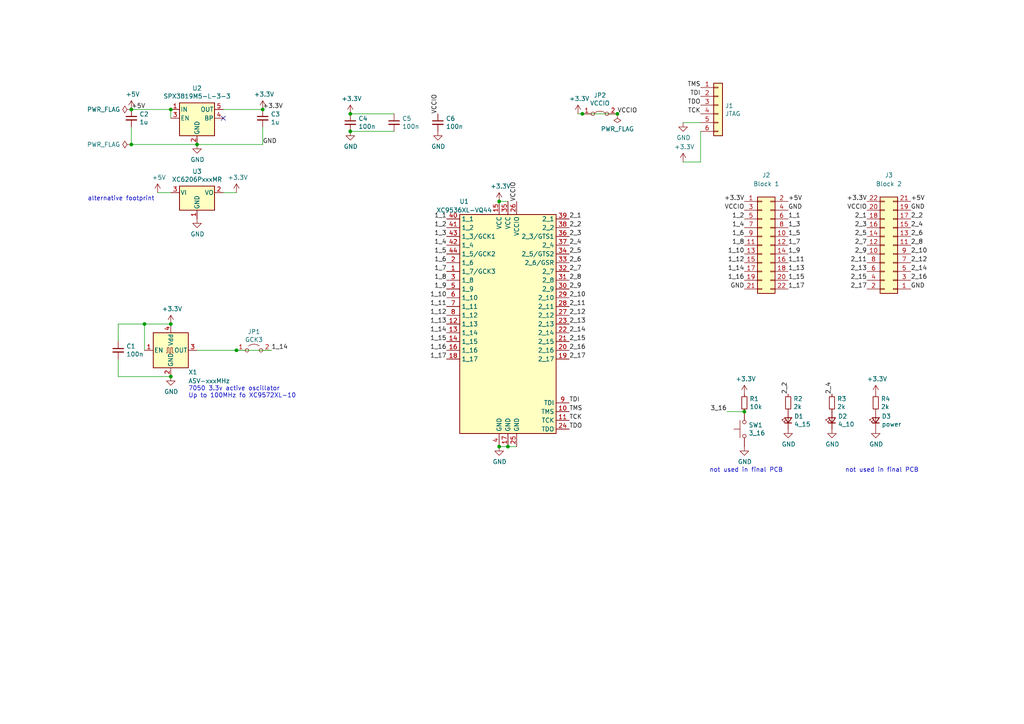
<source format=kicad_sch>
(kicad_sch (version 20211123) (generator eeschema)
  (paper "A4")
  (title_block (title "XC95xxXL-VQ64 Breakout board") (date "2020-11-23") (rev "1") (company "FLACO 2019, licence of this schematic is CC-BY-NC-SA") (comment 1 "breaks all IOs to external pins") (comment 2 "supports an optional active oscillator on GCK3") (comment 3 "supports user external VCCIO for 2.5v operation") (comment 4 "warning : jumpers are connected on PCB, cut the traces before installing the jumper"))
  (lib_symbols
    (symbol "Connector_Generic:Conn_01x06" (pin_names (offset 1.016) hide)
      (property "Reference" "J" (at 0 7.62 0))
      (property "Value" "Conn_01x06" (at 0 -10.16 0))
      (symbol "Conn_01x06_1_1"
        (rectangle (start -1.27 -7.493) (end 0 -7.747) (stroke (width 0.1524)))
        (rectangle (start -1.27 -4.953) (end 0 -5.207) (stroke (width 0.1524)))
        (rectangle (start -1.27 -2.413) (end 0 -2.667) (stroke (width 0.1524)))
        (rectangle (start -1.27 0.127) (end 0 -0.127) (stroke (width 0.1524)))
        (rectangle (start -1.27 2.667) (end 0 2.413) (stroke (width 0.1524)))
        (rectangle (start -1.27 5.207) (end 0 4.953) (stroke (width 0.1524)))
        (rectangle (start -1.27 6.35) (end 1.27 -8.89) (stroke (width 0.254)) (fill (type background)))
        (pin passive line (at -5.08 5.08 0) (length 3.81) (name "Pin_1") (number "1"))
        (pin passive line (at -5.08 2.54 0) (length 3.81) (name "Pin_2") (number "2"))
        (pin passive line (at -5.08 0 0) (length 3.81) (name "Pin_3") (number "3"))
        (pin passive line (at -5.08 -2.54 0) (length 3.81) (name "Pin_4") (number "4"))
        (pin passive line (at -5.08 -5.08 0) (length 3.81) (name "Pin_5") (number "5"))
        (pin passive line (at -5.08 -7.62 0) (length 3.81) (name "Pin_6") (number "6"))
      )
    )
    (symbol "Connector_Generic:Conn_02x11_Odd_Even" (pin_names (offset 1.016) hide)
      (property "Reference" "J" (at 1.27 15.24 0))
      (property "Value" "Conn_02x11_Odd_Even" (at 1.27 -15.24 0))
      (symbol "Conn_02x11_Odd_Even_1_1"
        (rectangle (start -1.27 -12.573) (end 0 -12.827) (stroke (width 0.1524)))
        (rectangle (start -1.27 -10.033) (end 0 -10.287) (stroke (width 0.1524)))
        (rectangle (start -1.27 -7.493) (end 0 -7.747) (stroke (width 0.1524)))
        (rectangle (start -1.27 -4.953) (end 0 -5.207) (stroke (width 0.1524)))
        (rectangle (start -1.27 -2.413) (end 0 -2.667) (stroke (width 0.1524)))
        (rectangle (start -1.27 0.127) (end 0 -0.127) (stroke (width 0.1524)))
        (rectangle (start -1.27 2.667) (end 0 2.413) (stroke (width 0.1524)))
        (rectangle (start -1.27 5.207) (end 0 4.953) (stroke (width 0.1524)))
        (rectangle (start -1.27 7.747) (end 0 7.493) (stroke (width 0.1524)))
        (rectangle (start -1.27 10.287) (end 0 10.033) (stroke (width 0.1524)))
        (rectangle (start -1.27 12.827) (end 0 12.573) (stroke (width 0.1524)))
        (rectangle (start -1.27 13.97) (end 3.81 -13.97) (stroke (width 0.254)) (fill (type background)))
        (rectangle (start 3.81 -12.573) (end 2.54 -12.827) (stroke (width 0.1524)))
        (rectangle (start 3.81 -10.033) (end 2.54 -10.287) (stroke (width 0.1524)))
        (rectangle (start 3.81 -7.493) (end 2.54 -7.747) (stroke (width 0.1524)))
        (rectangle (start 3.81 -4.953) (end 2.54 -5.207) (stroke (width 0.1524)))
        (rectangle (start 3.81 -2.413) (end 2.54 -2.667) (stroke (width 0.1524)))
        (rectangle (start 3.81 0.127) (end 2.54 -0.127) (stroke (width 0.1524)))
        (rectangle (start 3.81 2.667) (end 2.54 2.413) (stroke (width 0.1524)))
        (rectangle (start 3.81 5.207) (end 2.54 4.953) (stroke (width 0.1524)))
        (rectangle (start 3.81 7.747) (end 2.54 7.493) (stroke (width 0.1524)))
        (rectangle (start 3.81 10.287) (end 2.54 10.033) (stroke (width 0.1524)))
        (rectangle (start 3.81 12.827) (end 2.54 12.573) (stroke (width 0.1524)))
        (pin passive line (at -5.08 12.7 0) (length 3.81) (name "Pin_1") (number "1"))
        (pin passive line (at 7.62 2.54 180) (length 3.81) (name "Pin_10") (number "10"))
        (pin passive line (at -5.08 0 0) (length 3.81) (name "Pin_11") (number "11"))
        (pin passive line (at 7.62 0 180) (length 3.81) (name "Pin_12") (number "12"))
        (pin passive line (at -5.08 -2.54 0) (length 3.81) (name "Pin_13") (number "13"))
        (pin passive line (at 7.62 -2.54 180) (length 3.81) (name "Pin_14") (number "14"))
        (pin passive line (at -5.08 -5.08 0) (length 3.81) (name "Pin_15") (number "15"))
        (pin passive line (at 7.62 -5.08 180) (length 3.81) (name "Pin_16") (number "16"))
        (pin passive line (at -5.08 -7.62 0) (length 3.81) (name "Pin_17") (number "17"))
        (pin passive line (at 7.62 -7.62 180) (length 3.81) (name "Pin_18") (number "18"))
        (pin passive line (at -5.08 -10.16 0) (length 3.81) (name "Pin_19") (number "19"))
        (pin passive line (at 7.62 12.7 180) (length 3.81) (name "Pin_2") (number "2"))
        (pin passive line (at 7.62 -10.16 180) (length 3.81) (name "Pin_20") (number "20"))
        (pin passive line (at -5.08 -12.7 0) (length 3.81) (name "Pin_21") (number "21"))
        (pin passive line (at 7.62 -12.7 180) (length 3.81) (name "Pin_22") (number "22"))
        (pin passive line (at -5.08 10.16 0) (length 3.81) (name "Pin_3") (number "3"))
        (pin passive line (at 7.62 10.16 180) (length 3.81) (name "Pin_4") (number "4"))
        (pin passive line (at -5.08 7.62 0) (length 3.81) (name "Pin_5") (number "5"))
        (pin passive line (at 7.62 7.62 180) (length 3.81) (name "Pin_6") (number "6"))
        (pin passive line (at -5.08 5.08 0) (length 3.81) (name "Pin_7") (number "7"))
        (pin passive line (at 7.62 5.08 180) (length 3.81) (name "Pin_8") (number "8"))
        (pin passive line (at -5.08 2.54 0) (length 3.81) (name "Pin_9") (number "9"))
      )
    )
    (symbol "Device:C_Small" (pin_numbers hide) (pin_names (offset 0.254) hide)
      (property "Reference" "C" (at 0.254 1.778 0))
      (property "Value" "C_Small" (at 0.254 -2.032 0))
      (symbol "C_Small_0_1"
        (polyline (pts (xy -1.524 -0.508) (xy 1.524 -0.508)) (stroke (width 0.3302)))
        (polyline (pts (xy -1.524 0.508) (xy 1.524 0.508)) (stroke (width 0.3048)))
      )
      (symbol "C_Small_1_1"
        (pin passive line (at 0 2.54 270) (length 2.032) (name "~") (number "1"))
        (pin passive line (at 0 -2.54 90) (length 2.032) (name "~") (number "2"))
      )
    )
    (symbol "Device:LED_Small" (pin_numbers hide) (pin_names (offset 0.254) hide)
      (property "Reference" "D" (at -1.27 3.175 0))
      (property "Value" "LED_Small" (at -4.445 -2.54 0))
      (symbol "LED_Small_0_1"
        (polyline (pts (xy -0.762 -1.016) (xy -0.762 1.016)) (stroke (width 0.254)))
        (polyline (pts (xy 1.016 0) (xy -0.762 0)))
        (polyline (pts (xy 0.762 -1.016) (xy -0.762 0) (xy 0.762 1.016) (xy 0.762 -1.016)) (stroke (width 0.254)))
        (polyline (pts (xy 0 0.762) (xy -0.508 1.27) (xy -0.254 1.27) (xy -0.508 1.27) (xy -0.508 1.016)))
        (polyline (pts (xy 0.508 1.27) (xy 0 1.778) (xy 0.254 1.778) (xy 0 1.778) (xy 0 1.524)))
      )
      (symbol "LED_Small_1_1"
        (pin passive line (at -2.54 0 0) (length 1.778) (name "K") (number "1"))
        (pin passive line (at 2.54 0 180) (length 1.778) (name "A") (number "2"))
      )
    )
    (symbol "Device:R_Small" (pin_numbers hide) (pin_names (offset 0.254) hide)
      (property "Reference" "R" (at 0.762 0.508 0))
      (property "Value" "R_Small" (at 0.762 -1.016 0))
      (symbol "R_Small_0_1"
        (rectangle (start -0.762 1.778) (end 0.762 -1.778) (stroke (width 0.2032)))
      )
      (symbol "R_Small_1_1"
        (pin passive line (at 0 2.54 270) (length 0.762) (name "~") (number "1"))
        (pin passive line (at 0 -2.54 90) (length 0.762) (name "~") (number "2"))
      )
    )
    (symbol "Jumper:Jumper_2_Bridged" (pin_names (offset 0) hide)
      (property "Reference" "JP" (at 0 1.905 0))
      (property "Value" "Jumper_2_Bridged" (at 0 -2.54 0))
      (symbol "Jumper_2_Bridged_0_0"
        (circle (center -2.032 0) (radius 0.508))
        (circle (center 2.032 0) (radius 0.508))
      )
      (symbol "Jumper_2_Bridged_0_1"
        (arc (start 1.524 0.254) (mid 0 0.762) (end -1.524 0.254))
      )
      (symbol "Jumper_2_Bridged_1_1"
        (pin passive line (at -5.08 0 0) (length 2.54) (name "A") (number "1"))
        (pin passive line (at 5.08 0 180) (length 2.54) (name "B") (number "2"))
      )
    )
    (symbol "Jumper:Jumper_2_Open" (pin_names (offset 0) hide)
      (property "Reference" "JP" (at 0 2.794 0))
      (property "Value" "Jumper_2_Open" (at 0 -2.286 0))
      (symbol "Jumper_2_Open_0_0"
        (circle (center -2.032 0) (radius 0.508))
        (circle (center 2.032 0) (radius 0.508))
      )
      (symbol "Jumper_2_Open_0_1"
        (arc (start 1.524 1.27) (mid 0 1.778) (end -1.524 1.27))
      )
      (symbol "Jumper_2_Open_1_1"
        (pin passive line (at -5.08 0 0) (length 2.54) (name "A") (number "1"))
        (pin passive line (at 5.08 0 180) (length 2.54) (name "B") (number "2"))
      )
    )
    (symbol "Oscillator:ASV-xxxMHz" (pin_names (offset 0.254))
      (property "Reference" "X" (at -5.08 6.35 0))
      (property "Value" "ASV-xxxMHz" (at 1.27 -6.35 0))
      (symbol "ASV-xxxMHz_0_1"
        (rectangle (start -5.08 5.08) (end 5.08 -5.08) (stroke (width 0.254)) (fill (type background)))
        (polyline (pts (xy -1.27 -0.762) (xy -1.016 -0.762) (xy -1.016 0.762) (xy -0.508 0.762) (xy -0.508 -0.762) (xy 0 -0.762) (xy 0 0.762) (xy 0.508 0.762) (xy 0.508 -0.762) (xy 0.762 -0.762)))
      )
      (symbol "ASV-xxxMHz_1_1"
        (pin input line (at -7.62 0 0) (length 2.54) (name "EN") (number "1"))
        (pin power_in line (at 0 -7.62 90) (length 2.54) (name "GND") (number "2"))
        (pin output line (at 7.62 0 180) (length 2.54) (name "OUT") (number "3"))
        (pin power_in line (at 0 7.62 270) (length 2.54) (name "Vdd") (number "4"))
      )
    )
    (symbol "Regulator_Linear:SPX3819M5-L-3-3" (pin_names (offset 0.254))
      (property "Reference" "U" (at -3.81 5.715 0))
      (property "Value" "SPX3819M5-L-3-3" (at 0 5.715 0))
      (symbol "SPX3819M5-L-3-3_0_1"
        (rectangle (start -5.08 4.445) (end 5.08 -5.08) (stroke (width 0.254)) (fill (type background)))
      )
      (symbol "SPX3819M5-L-3-3_1_1"
        (pin power_in line (at -7.62 2.54 0) (length 2.54) (name "IN") (number "1"))
        (pin power_in line (at 0 -7.62 90) (length 2.54) (name "GND") (number "2"))
        (pin input line (at -7.62 0 0) (length 2.54) (name "EN") (number "3"))
        (pin input line (at 7.62 0 180) (length 2.54) (name "BP") (number "4"))
        (pin power_out line (at 7.62 2.54 180) (length 2.54) (name "OUT") (number "5"))
      )
    )
    (symbol "Regulator_Linear:XC6206PxxxMR" (pin_names (offset 0.254))
      (property "Reference" "U" (at -3.81 3.175 0))
      (property "Value" "XC6206PxxxMR" (at 0 3.175 0))
      (symbol "XC6206PxxxMR_0_1"
        (rectangle (start -5.08 1.905) (end 5.08 -5.08) (stroke (width 0.254)) (fill (type background)))
      )
      (symbol "XC6206PxxxMR_1_1"
        (pin power_in line (at 0 -7.62 90) (length 2.54) (name "GND") (number "1"))
        (pin power_out line (at 7.62 0 180) (length 2.54) (name "VO") (number "2"))
        (pin power_in line (at -7.62 0 0) (length 2.54) (name "VI") (number "3"))
      )
    )
    (symbol "Sassa:XC9536XL-VQ44"
      (property "Reference" "U" (at -13.97 33.02 0))
      (property "Value" "XC9536XL-VQ44" (at -13.97 -33.02 0))
      (symbol "XC9536XL-VQ44_1_1"
        (rectangle (start -13.97 31.75) (end 13.97 -31.75) (stroke (width 0.254)) (fill (type background)))
        (pin bidirectional line (at -17.78 15.24 0) (length 3.81) (name "1_7/GCK3") (number "1"))
        (pin input line (at 17.78 -25.4 180) (length 3.81) (name "TMS") (number "10"))
        (pin input line (at 17.78 -27.94 180) (length 3.81) (name "TCK") (number "11"))
        (pin bidirectional line (at -17.78 0 0) (length 3.81) (name "1_13") (number "12"))
        (pin bidirectional line (at -17.78 -2.54 0) (length 3.81) (name "1_14") (number "13"))
        (pin bidirectional line (at -17.78 -5.08 0) (length 3.81) (name "1_15") (number "14"))
        (pin power_in line (at -2.54 35.56 270) (length 3.81) (name "VCC") (number "15"))
        (pin bidirectional line (at -17.78 -7.62 0) (length 3.81) (name "1_16") (number "16"))
        (pin power_in line (at 0 -35.56 90) (length 3.81) (name "GND") (number "17"))
        (pin bidirectional line (at -17.78 -10.16 0) (length 3.81) (name "1_17") (number "18"))
        (pin bidirectional line (at 17.78 -10.16 180) (length 3.81) (name "2_17") (number "19"))
        (pin bidirectional line (at -17.78 17.78 0) (length 3.81) (name "1_6") (number "2"))
        (pin bidirectional line (at 17.78 -7.62 180) (length 3.81) (name "2_16") (number "20"))
        (pin bidirectional line (at 17.78 -5.08 180) (length 3.81) (name "2_15") (number "21"))
        (pin bidirectional line (at 17.78 -2.54 180) (length 3.81) (name "2_14") (number "22"))
        (pin bidirectional line (at 17.78 0 180) (length 3.81) (name "2_13") (number "23"))
        (pin output line (at 17.78 -30.48 180) (length 3.81) (name "TDO") (number "24"))
        (pin power_in line (at 2.54 -35.56 90) (length 3.81) (name "GND") (number "25"))
        (pin power_in line (at 2.54 35.56 270) (length 3.81) (name "VCCIO") (number "26"))
        (pin bidirectional line (at 17.78 2.54 180) (length 3.81) (name "2_12") (number "27"))
        (pin bidirectional line (at 17.78 5.08 180) (length 3.81) (name "2_11") (number "28"))
        (pin bidirectional line (at 17.78 7.62 180) (length 3.81) (name "2_10") (number "29"))
        (pin bidirectional line (at -17.78 12.7 0) (length 3.81) (name "1_8") (number "3"))
        (pin bidirectional line (at 17.78 10.16 180) (length 3.81) (name "2_9") (number "30"))
        (pin bidirectional line (at 17.78 12.7 180) (length 3.81) (name "2_8") (number "31"))
        (pin bidirectional line (at 17.78 15.24 180) (length 3.81) (name "2_7") (number "32"))
        (pin bidirectional line (at 17.78 17.78 180) (length 3.81) (name "2_6/GSR") (number "33"))
        (pin bidirectional line (at 17.78 20.32 180) (length 3.81) (name "2_5/GTS2") (number "34"))
        (pin power_in line (at 0 35.56 270) (length 3.81) (name "VCC") (number "35"))
        (pin bidirectional line (at 17.78 25.4 180) (length 3.81) (name "2_3/GTS1") (number "36"))
        (pin bidirectional line (at 17.78 22.86 180) (length 3.81) (name "2_4") (number "37"))
        (pin bidirectional line (at 17.78 27.94 180) (length 3.81) (name "2_2") (number "38"))
        (pin bidirectional line (at 17.78 30.48 180) (length 3.81) (name "2_1") (number "39"))
        (pin power_in line (at -2.54 -35.56 90) (length 3.81) (name "GND") (number "4"))
        (pin bidirectional line (at -17.78 30.48 0) (length 3.81) (name "1_1") (number "40"))
        (pin bidirectional line (at -17.78 27.94 0) (length 3.81) (name "1_2") (number "41"))
        (pin bidirectional line (at -17.78 22.86 0) (length 3.81) (name "1_4") (number "42"))
        (pin bidirectional line (at -17.78 25.4 0) (length 3.81) (name "1_3/GCK1") (number "43"))
        (pin bidirectional line (at -17.78 20.32 0) (length 3.81) (name "1_5/GCK2") (number "44"))
        (pin bidirectional line (at -17.78 10.16 0) (length 3.81) (name "1_9") (number "5"))
        (pin bidirectional line (at -17.78 7.62 0) (length 3.81) (name "1_10") (number "6"))
        (pin bidirectional line (at -17.78 5.08 0) (length 3.81) (name "1_11") (number "7"))
        (pin bidirectional line (at -17.78 2.54 0) (length 3.81) (name "1_12") (number "8"))
        (pin input line (at 17.78 -22.86 180) (length 3.81) (name "TDI") (number "9"))
      )
    )
    (symbol "Switch:SW_Push" (pin_numbers hide) (pin_names (offset 1.016) hide)
      (property "Reference" "SW" (at 1.27 2.54 0))
      (property "Value" "SW_Push" (at 0 -1.524 0))
      (symbol "SW_Push_0_1"
        (circle (center -2.032 0) (radius 0.508))
        (polyline (pts (xy 0 1.27) (xy 0 3.048)))
        (polyline (pts (xy 2.54 1.27) (xy -2.54 1.27)))
        (circle (center 2.032 0) (radius 0.508))
        (pin passive line (at -5.08 0 0) (length 2.54) (name "1") (number "1"))
        (pin passive line (at 5.08 0 180) (length 2.54) (name "2") (number "2"))
      )
    )
    (symbol "power:+3.3V" (power) (pin_names (offset 0))
      (property "Value" "+3.3V" (at 0 3.556 0))
      (symbol "+3.3V_0_1"
        (polyline (pts (xy -0.762 1.27) (xy 0 2.54)))
        (polyline (pts (xy 0 0) (xy 0 2.54)))
        (polyline (pts (xy 0 2.54) (xy 0.762 1.27)))
      )
      (symbol "+3.3V_1_1"
        (pin power_in line (at 0 0 90) (length 0) hide (name "+3.3V") (number "1"))
      )
    )
    (symbol "power:+5V" (power) (pin_names (offset 0))
      (property "Value" "+5V" (at 0 3.556 0))
      (symbol "+5V_0_1"
        (polyline (pts (xy -0.762 1.27) (xy 0 2.54)))
        (polyline (pts (xy 0 0) (xy 0 2.54)))
        (polyline (pts (xy 0 2.54) (xy 0.762 1.27)))
      )
      (symbol "+5V_1_1"
        (pin power_in line (at 0 0 90) (length 0) hide (name "+5V") (number "1"))
      )
    )
    (symbol "power:GND" (power) (pin_names (offset 0))
      (property "Value" "GND" (at 0 -3.81 0))
      (symbol "GND_0_1"
        (polyline (pts (xy 0 0) (xy 0 -1.27) (xy 1.27 -1.27) (xy 0 -2.54) (xy -1.27 -1.27) (xy 0 -1.27)))
      )
      (symbol "GND_1_1"
        (pin power_in line (at 0 0 270) (length 0) hide (name "GND") (number "1"))
      )
    )
    (symbol "power:PWR_FLAG" (power) (pin_numbers hide) (pin_names (offset 0) hide)
      (property "Value" "PWR_FLAG" (at 0 3.81 0))
      (symbol "PWR_FLAG_0_0"
        (pin power_out line (at 0 0 90) (length 0) (name "pwr") (number "1"))
      )
      (symbol "PWR_FLAG_0_1"
        (polyline (pts (xy 0 0) (xy 0 1.27) (xy -1.016 1.905) (xy 0 2.54) (xy 1.016 1.905) (xy 0 1.27)))
      )
    )
  )
  (junction (at 179.07 33.02))
  (junction (at 38.1 31.75))
  (junction (at 215.9 119.38))
  (junction (at 49.53 93.98))
  (junction (at 76.2 31.75))
  (junction (at 101.6 38.1))
  (junction (at 147.32 129.54))
  (junction (at 144.78 58.42))
  (junction (at 49.53 31.75))
  (junction (at 68.58 101.6))
  (junction (at 101.6 33.02))
  (junction (at 41.91 93.98))
  (junction (at 168.91 33.02))
  (junction (at 144.78 129.54))
  (junction (at 38.1 41.91))
  (junction (at 57.15 41.91))
  (junction (at 49.53 109.22))
  (no_connect (at 64.77 34.29))
  (wire (pts (xy 49.53 55.88) (xy 45.72 55.88)))
  (wire (pts (xy 203.2 35.56) (xy 198.12 35.56)))
  (wire (pts (xy 64.77 55.88) (xy 68.58 55.88)))
  (wire (pts (xy 144.78 129.54) (xy 147.32 129.54)))
  (wire (pts (xy 114.3 38.1) (xy 101.6 38.1)))
  (wire (pts (xy 34.29 93.98) (xy 34.29 99.06)))
  (wire (pts (xy 203.2 46.99) (xy 203.2 38.1)))
  (wire (pts (xy 34.29 109.22) (xy 49.53 109.22)))
  (wire (pts (xy 198.12 46.99) (xy 203.2 46.99)))
  (wire (pts (xy 64.77 31.75) (xy 76.2 31.75)))
  (wire (pts (xy 57.15 101.6) (xy 68.58 101.6)))
  (wire (pts (xy 68.58 101.6) (xy 78.74 101.6)))
  (wire (pts (xy 147.32 58.42) (xy 144.78 58.42)))
  (wire (pts (xy 114.3 33.02) (xy 101.6 33.02)))
  (wire (pts (xy 76.2 41.91) (xy 76.2 36.83)))
  (wire (pts (xy 38.1 31.75) (xy 49.53 31.75)))
  (wire (pts (xy 147.32 129.54) (xy 149.86 129.54)))
  (wire (pts (xy 210.82 119.38) (xy 215.9 119.38)))
  (wire (pts (xy 38.1 41.91) (xy 38.1 36.83)))
  (wire (pts (xy 168.91 33.02) (xy 179.07 33.02)))
  (wire (pts (xy 41.91 93.98) (xy 34.29 93.98)))
  (wire (pts (xy 41.91 101.6) (xy 41.91 93.98)))
  (wire (pts (xy 57.15 41.91) (xy 38.1 41.91)))
  (wire (pts (xy 41.91 93.98) (xy 49.53 93.98)))
  (wire (pts (xy 49.53 31.75) (xy 49.53 34.29)))
  (wire (pts (xy 167.64 33.02) (xy 168.91 33.02)))
  (wire (pts (xy 57.15 41.91) (xy 76.2 41.91)))
  (wire (pts (xy 34.29 104.14) (xy 34.29 109.22)))
  (text "7050 3.3v active oscillator\nUp to 100MHz fo XC9572XL-10" (at 54.61 115.57 0) (effects (font (size 1.27 1.27)) (justify left bottom)))
  (text "alternative footprint" (at 25.4 58.42 0) (effects (font (size 1.27 1.27)) (justify left bottom)))
  (text "not used in final PCB" (at 205.74 137.16 0) (effects (font (size 1.27 1.27)) (justify left bottom)))
  (text "not used in final PCB" (at 245.11 137.16 0) (effects (font (size 1.27 1.27)) (justify left bottom)))
  (label "2_13" (at 165.1 93.98 0))
  (label "1_1" (at 228.6 63.5 0))
  (label "2_12" (at 264.16 76.2 0))
  (label "2_16" (at 165.1 101.6 0))
  (label "2_16" (at 264.16 81.28 0))
  (label "+5V" (at 264.16 58.42 0))
  (label "1_10" (at 129.54 86.36 180))
  (label "1_7" (at 129.54 78.74 180))
  (label "+3.3V" (at 251.46 58.42 180))
  (label "+3.3V" (at 76.2 31.75 0))
  (label "1_11" (at 129.54 88.9 180))
  (label "2_7" (at 251.46 71.12 180))
  (label "1_7" (at 228.6 71.12 0))
  (label "1_8" (at 129.54 81.28 180))
  (label "VCCIO" (at 215.9 60.96 180))
  (label "1_6" (at 129.54 76.2 180))
  (label "2_8" (at 165.1 81.28 0))
  (label "2_12" (at 165.1 91.44 0))
  (label "1_5" (at 129.54 73.66 180))
  (label "1_9" (at 129.54 83.82 180))
  (label "TMS" (at 165.1 119.38 0))
  (label "TDO" (at 203.2 30.48 180))
  (label "1_4" (at 129.54 71.12 180))
  (label "2_2" (at 228.6 114.3 90))
  (label "+3.3V" (at 215.9 58.42 180))
  (label "GND" (at 264.16 83.82 0))
  (label "1_12" (at 215.9 76.2 180))
  (label "2_4" (at 264.16 66.04 0))
  (label "2_6" (at 264.16 68.58 0))
  (label "3_16" (at 210.82 119.38 180))
  (label "2_2" (at 264.16 63.5 0))
  (label "2_17" (at 251.46 83.82 180))
  (label "VCCIO" (at 127 33.02 90))
  (label "1_2" (at 129.54 66.04 180))
  (label "1_13" (at 129.54 93.98 180))
  (label "1_16" (at 129.54 101.6 180))
  (label "TCK" (at 165.1 121.92 0))
  (label "1_10" (at 215.9 73.66 180))
  (label "TMS" (at 203.2 25.4 180))
  (label "2_2" (at 165.1 66.04 0))
  (label "2_4" (at 165.1 71.12 0))
  (label "1_14" (at 78.74 101.6 0))
  (label "2_5" (at 165.1 73.66 0))
  (label "1_11" (at 228.6 76.2 0))
  (label "2_1" (at 251.46 63.5 180))
  (label "2_11" (at 165.1 88.9 0))
  (label "2_1" (at 165.1 63.5 0))
  (label "VCCIO" (at 251.46 60.96 180))
  (label "2_11" (at 251.46 76.2 180))
  (label "+5V" (at 228.6 58.42 0))
  (label "2_10" (at 165.1 86.36 0))
  (label "GND" (at 215.9 83.82 180))
  (label "1_12" (at 129.54 91.44 180))
  (label "1_1" (at 129.54 63.5 180))
  (label "2_14" (at 165.1 96.52 0))
  (label "1_14" (at 215.9 78.74 180))
  (label "1_15" (at 228.6 81.28 0))
  (label "GND" (at 264.16 60.96 0))
  (label "2_4" (at 241.3 114.3 90))
  (label "+5V" (at 38.1 31.75 0))
  (label "1_14" (at 129.54 96.52 180))
  (label "GND" (at 76.2 41.91 0))
  (label "1_13" (at 228.6 78.74 0))
  (label "1_4" (at 215.9 66.04 180))
  (label "1_6" (at 215.9 68.58 180))
  (label "2_3" (at 251.46 66.04 180))
  (label "2_6" (at 165.1 76.2 0))
  (label "1_5" (at 228.6 68.58 0))
  (label "TCK" (at 203.2 33.02 180))
  (label "GND" (at 228.6 60.96 0))
  (label "2_15" (at 165.1 99.06 0))
  (label "1_2" (at 215.9 63.5 180))
  (label "1_15" (at 129.54 99.06 180))
  (label "1_17" (at 129.54 104.14 180))
  (label "TDO" (at 165.1 124.46 0))
  (label "2_13" (at 251.46 78.74 180))
  (label "2_9" (at 251.46 73.66 180))
  (label "2_15" (at 251.46 81.28 180))
  (label "2_5" (at 251.46 68.58 180))
  (label "1_16" (at 215.9 81.28 180))
  (label "VCCIO" (at 179.07 33.02 0))
  (label "1_3" (at 129.54 68.58 180))
  (label "2_17" (at 165.1 104.14 0))
  (label "2_7" (at 165.1 78.74 0))
  (label "2_10" (at 264.16 73.66 0))
  (label "1_9" (at 228.6 73.66 0))
  (label "TDI" (at 165.1 116.84 0))
  (label "VCCIO" (at 149.86 58.42 90))
  (label "1_8" (at 215.9 71.12 180))
  (label "2_8" (at 264.16 71.12 0))
  (label "TDI" (at 203.2 27.94 180))
  (label "1_3" (at 228.6 66.04 0))
  (label "2_14" (at 264.16 78.74 0))
  (label "1_17" (at 228.6 83.82 0))
  (label "2_3" (at 165.1 68.58 0))
  (label "2_9" (at 165.1 83.82 0))
  (symbol (lib_id "Regulator_Linear:SPX3819M5-L-3-3") (at 57.15 34.29 0) (unit 1)
    (property "Reference" "U2" (at 57.15 25.6032 0))
    (property "Value" "SPX3819M5-L-3-3" (at 57.15 27.9146 0))
    (property "Footprint" "Package_TO_SOT_SMD:SOT-23-5" (effects hide))
    (property "Datasheet" "https://www.exar.com/content/document.ashx?id=22106&languageid=1033&type=Datasheet&partnumber=SPX3819&filename=SPX3819.pdf&part=SPX3819" (effects hide))
  )
  (symbol (lib_id "Device:C_Small") (at 38.1 34.29 0) (unit 1)
    (property "Reference" "C2" (at 40.4368 33.1216 0) (effects (justify left)))
    (property "Value" "1u" (at 40.4368 35.433 0) (effects (justify left)))
    (property "Footprint" "Capacitor_SMD:C_0805_2012Metric" (effects hide))
  )
  (symbol (lib_id "Device:C_Small") (at 76.2 34.29 0) (unit 1)
    (property "Reference" "C3" (at 78.5368 33.1216 0) (effects (justify left)))
    (property "Value" "1u" (at 78.5368 35.433 0) (effects (justify left)))
    (property "Footprint" "Capacitor_SMD:C_0805_2012Metric" (effects hide))
  )
  (symbol (lib_id "power:GND") (at 57.15 41.91 0) (unit 1)
    (property "Reference" "#PWR04" (effects hide))
    (property "Value" "GND" (at 57.277 46.3042 0))
  )
  (symbol (lib_id "power:+5V") (at 38.1 31.75 0) (unit 1)
    (property "Reference" "#PWR03" (effects hide))
    (property "Value" "+5V" (at 38.481 27.3558 0))
  )
  (symbol (lib_id "power:+3.3V") (at 76.2 31.75 0) (unit 1)
    (property "Reference" "#PWR05" (effects hide))
    (property "Value" "+3.3V" (at 76.581 27.3558 0))
  )
  (symbol (lib_id "power:+3.3V") (at 101.6 33.02 0) (unit 1)
    (property "Reference" "#PWR06" (effects hide))
    (property "Value" "+3.3V" (at 101.981 28.6258 0))
  )
  (symbol (lib_id "Device:C_Small") (at 101.6 35.56 0) (unit 1)
    (property "Reference" "C4" (at 103.9368 34.3916 0) (effects (justify left)))
    (property "Value" "100n" (at 103.9368 36.703 0) (effects (justify left)))
    (property "Footprint" "Capacitor_SMD:C_0805_2012Metric" (effects hide))
  )
  (symbol (lib_id "power:GND") (at 101.6 38.1 0) (unit 1)
    (property "Reference" "#PWR07" (effects hide))
    (property "Value" "GND" (at 101.727 42.4942 0))
  )
  (symbol (lib_id "Device:C_Small") (at 114.3 35.56 0) (unit 1)
    (property "Reference" "C5" (at 116.6368 34.3916 0) (effects (justify left)))
    (property "Value" "100n" (at 116.6368 36.703 0) (effects (justify left)))
    (property "Footprint" "Capacitor_SMD:C_0805_2012Metric" (effects hide))
  )
  (symbol (lib_id "Device:C_Small") (at 127 35.56 0) (unit 1)
    (property "Reference" "C6" (at 129.3368 34.3916 0) (effects (justify left)))
    (property "Value" "100n" (at 129.3368 36.703 0) (effects (justify left)))
    (property "Footprint" "Capacitor_SMD:C_0805_2012Metric" (effects hide))
  )
  (symbol (lib_id "Connector_Generic:Conn_01x06") (at 208.28 30.48 0) (unit 1)
    (property "Reference" "J1" (at 210.312 30.6832 0) (effects (justify left)))
    (property "Value" "JTAG" (at 210.312 32.9946 0) (effects (justify left)))
    (property "Footprint" "Connector_PinHeader_2.54mm:PinHeader_1x06_P2.54mm_Vertical" (effects hide))
  )
  (symbol (lib_id "power:+3.3V") (at 144.78 58.42 0) (unit 1)
    (property "Reference" "#PWR08" (effects hide))
    (property "Value" "+3.3V" (at 145.161 54.0258 0))
  )
  (symbol (lib_id "power:GND") (at 198.12 35.56 0) (unit 1)
    (property "Reference" "#PWR011" (effects hide))
    (property "Value" "GND" (at 198.247 39.9542 0))
  )
  (symbol (lib_id "power:+3.3V") (at 198.12 46.99 0) (unit 1)
    (property "Reference" "#PWR012" (effects hide))
    (property "Value" "+3.3V" (at 198.501 42.5958 0))
  )
  (symbol (lib_id "Jumper:Jumper_2_Bridged") (at 173.99 33.02 0) (unit 1)
    (property "Reference" "JP2" (at 173.99 27.6352 0))
    (property "Value" "VCCIO" (at 173.99 29.9466 0))
    (property "Footprint" "Connector_PinHeader_2.54mm:PinHeader_1x02_P2.54mm_Vertical" (effects hide))
  )
  (symbol (lib_id "power:+3.3V") (at 167.64 33.02 0) (unit 1)
    (property "Reference" "#PWR010" (effects hide))
    (property "Value" "+3.3V" (at 168.021 28.6258 0))
  )
  (symbol (lib_id "Device:R_Small") (at 228.6 116.84 0) (unit 1)
    (property "Reference" "R2" (at 230.0986 115.6716 0) (effects (justify left)))
    (property "Value" "2k" (at 230.0986 117.983 0) (effects (justify left)))
    (property "Footprint" "Resistor_SMD:R_0805_2012Metric" (effects hide))
  )
  (symbol (lib_id "Device:LED_Small") (at 228.6 121.92 90) (unit 1)
    (property "Reference" "D1" (at 230.3272 120.7516 90) (effects (justify right)))
    (property "Value" "4_15" (at 230.3272 123.063 90) (effects (justify right)))
    (property "Footprint" "LED_SMD:LED_0805_2012Metric" (effects hide))
  )
  (symbol (lib_id "power:GND") (at 228.6 124.46 0) (unit 1)
    (property "Reference" "#PWR015" (effects hide))
    (property "Value" "GND" (at 228.727 128.8542 0))
  )
  (symbol (lib_id "Device:R_Small") (at 241.3 116.84 0) (unit 1)
    (property "Reference" "R3" (at 242.7986 115.6716 0) (effects (justify left)))
    (property "Value" "2k" (at 242.7986 117.983 0) (effects (justify left)))
    (property "Footprint" "Resistor_SMD:R_0805_2012Metric" (effects hide))
  )
  (symbol (lib_id "Device:LED_Small") (at 241.3 121.92 90) (unit 1)
    (property "Reference" "D2" (at 243.0272 120.7516 90) (effects (justify right)))
    (property "Value" "4_10" (at 243.0272 123.063 90) (effects (justify right)))
    (property "Footprint" "LED_SMD:LED_0805_2012Metric" (effects hide))
  )
  (symbol (lib_id "power:GND") (at 241.3 124.46 0) (unit 1)
    (property "Reference" "#PWR016" (effects hide))
    (property "Value" "GND" (at 241.427 128.8542 0))
  )
  (symbol (lib_id "Device:R_Small") (at 254 116.84 0) (unit 1)
    (property "Reference" "R4" (at 255.4986 115.6716 0) (effects (justify left)))
    (property "Value" "2k" (at 255.4986 117.983 0) (effects (justify left)))
    (property "Footprint" "Resistor_SMD:R_0805_2012Metric" (effects hide))
  )
  (symbol (lib_id "Device:LED_Small") (at 254 121.92 90) (unit 1)
    (property "Reference" "D3" (at 255.7272 120.7516 90) (effects (justify right)))
    (property "Value" "power" (at 255.7272 123.063 90) (effects (justify right)))
    (property "Footprint" "LED_SMD:LED_0805_2012Metric" (effects hide))
  )
  (symbol (lib_id "power:GND") (at 254 124.46 0) (unit 1)
    (property "Reference" "#PWR018" (effects hide))
    (property "Value" "GND" (at 254.127 128.8542 0))
  )
  (symbol (lib_id "Device:R_Small") (at 215.9 116.84 0) (unit 1)
    (property "Reference" "R1" (at 217.3986 115.6716 0) (effects (justify left)))
    (property "Value" "10k" (at 217.3986 117.983 0) (effects (justify left)))
    (property "Footprint" "Resistor_SMD:R_0805_2012Metric" (effects hide))
  )
  (symbol (lib_id "Switch:SW_Push") (at 215.9 124.46 90) (unit 1)
    (property "Reference" "SW1" (at 217.1192 123.2916 90) (effects (justify right)))
    (property "Value" "3_16" (at 217.1192 125.603 90) (effects (justify right)))
    (property "Footprint" "Button_Switch_SMD:SW_SPST_FSMSM" (effects hide))
  )
  (symbol (lib_id "power:GND") (at 215.9 129.54 0) (unit 1)
    (property "Reference" "#PWR014" (effects hide))
    (property "Value" "GND" (at 216.027 133.9342 0))
  )
  (symbol (lib_id "power:+3.3V") (at 215.9 114.3 0) (unit 1)
    (property "Reference" "#PWR013" (effects hide))
    (property "Value" "+3.3V" (at 216.281 109.9058 0))
  )
  (symbol (lib_id "power:+3.3V") (at 254 114.3 0) (unit 1)
    (property "Reference" "#PWR017" (effects hide))
    (property "Value" "+3.3V" (at 254.381 109.9058 0))
  )
  (symbol (lib_id "Jumper:Jumper_2_Open") (at 73.66 101.6 0) (unit 1)
    (property "Reference" "JP1" (at 73.66 96.2152 0))
    (property "Value" "GCK3" (at 73.66 98.5266 0))
    (property "Footprint" "Connector_PinHeader_2.54mm:PinHeader_1x02_P2.54mm_Vertical" (effects hide))
  )
  (symbol (lib_id "Oscillator:ASV-xxxMHz") (at 49.53 101.6 0) (unit 1)
    (property "Reference" "X1" (at 54.61 107.95 0) (effects (justify left)))
    (property "Value" "ASV-xxxMHz" (at 54.61 110.49 0) (effects (justify left)))
    (property "Footprint" "Oscillator:Oscillator_SMD_Abracon_ASV-4Pin_7.0x5.1mm" (effects hide))
    (property "Datasheet" "https://www.mouser.fr/datasheet/2/3/ASV-24925.pdf" (effects hide))
  )
  (symbol (lib_id "power:+3.3V") (at 49.53 93.98 0) (unit 1)
    (property "Reference" "#PWR01" (effects hide))
    (property "Value" "+3.3V" (at 49.911 89.5858 0))
  )
  (symbol (lib_id "power:GND") (at 49.53 109.22 0) (unit 1)
    (property "Reference" "#PWR02" (effects hide))
    (property "Value" "GND" (at 49.657 113.6142 0))
  )
  (symbol (lib_id "Device:C_Small") (at 34.29 101.6 0) (unit 1)
    (property "Reference" "C1" (at 36.6268 100.4316 0) (effects (justify left)))
    (property "Value" "100n" (at 36.6268 102.743 0) (effects (justify left)))
    (property "Footprint" "Capacitor_SMD:C_0805_2012Metric" (effects hide))
  )
  (symbol (lib_id "Connector_Generic:Conn_02x11_Odd_Even") (at 220.98 71.12 0) (unit 1)
    (property "Reference" "J2" (at 222.25 50.8 0))
    (property "Value" "Block 1" (at 222.25 53.34 0))
    (property "Footprint" "Sassa:Pin_Header_2x11_Male_EdgeMount_Pitch2.54mm" (effects hide))
  )
  (symbol (lib_id "Connector_Generic:Conn_02x11_Odd_Even") (at 259.08 71.12 180) (unit 1)
    (property "Reference" "J3" (at 257.81 50.8 0))
    (property "Value" "Block 2" (at 257.81 53.34 0))
    (property "Footprint" "Sassa:Pin_Header_2x11_Male_EdgeMount_Pitch2.54mm" (effects hide))
  )
  (symbol (lib_id "power:PWR_FLAG") (at 38.1 31.75 90) (unit 1)
    (property "Reference" "#FLG0101" (effects hide))
    (property "Value" "PWR_FLAG" (at 34.8742 31.75 90) (effects (justify left)))
  )
  (symbol (lib_id "power:PWR_FLAG") (at 38.1 41.91 90) (unit 1)
    (property "Reference" "#FLG0102" (effects hide))
    (property "Value" "PWR_FLAG" (at 34.8742 41.91 90) (effects (justify left)))
  )
  (symbol (lib_id "power:PWR_FLAG") (at 179.07 33.02 180) (unit 1)
    (property "Reference" "#FLG0103" (effects hide))
    (property "Value" "PWR_FLAG" (at 179.07 37.4142 0))
  )
  (symbol (lib_id "power:GND") (at 127 38.1 0) (unit 1)
    (property "Reference" "#PWR0107" (effects hide))
    (property "Value" "GND" (at 127.127 42.4942 0))
  )
  (symbol (lib_id "Sassa:XC9536XL-VQ44") (at 147.32 93.98 0) (unit 1)
    (property "Reference" "U1" (at 134.62 58.42 0))
    (property "Value" "XC9536XL-VQ44" (at 134.62 60.96 0))
    (property "Footprint" "Package_QFP:LQFP-44_10x10mm_P0.8mm" (effects hide))
    (property "Datasheet" "xilinx/xc9536xl.pdf" (effects hide))
  )
  (symbol (lib_id "power:GND") (at 144.78 129.54 0) (unit 1)
    (property "Reference" "#PWR0101" (effects hide))
    (property "Value" "GND" (at 144.907 133.9342 0))
  )
  (symbol (lib_id "Regulator_Linear:XC6206PxxxMR") (at 57.15 55.88 0) (unit 1)
    (property "Reference" "U3" (at 57.15 49.7332 0))
    (property "Value" "XC6206PxxxMR" (at 57.15 52.0446 0))
    (property "Footprint" "Sassa:SOT-23" (effects hide))
    (property "Datasheet" "https://www.torexsemi.com/file/xc6206/XC6206.pdf" (effects hide))
  )
  (symbol (lib_id "power:GND") (at 57.15 63.5 0) (unit 1)
    (property "Reference" "#PWR0102" (effects hide))
    (property "Value" "GND" (at 57.277 67.8942 0))
  )
  (symbol (lib_id "power:+3.3V") (at 68.58 55.88 0) (unit 1)
    (property "Reference" "#PWR0103" (effects hide))
    (property "Value" "+3.3V-power" (at 68.961 51.4858 0))
  )
  (symbol (lib_id "power:+5V") (at 45.72 55.88 0) (unit 1)
    (property "Reference" "#PWR0104" (effects hide))
    (property "Value" "+5V" (at 46.101 51.4858 0))
  )
)
</source>
